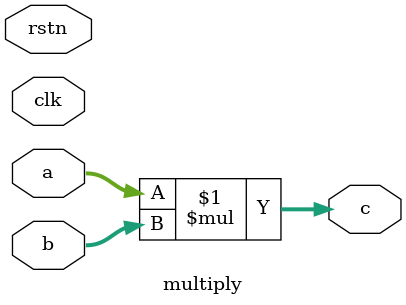
<source format=v>
module multiply(
    input clk, rstn,
    input [31:0] a, b,
    output [31:0] c
);

    assign c = a *b;


endmodule
</source>
